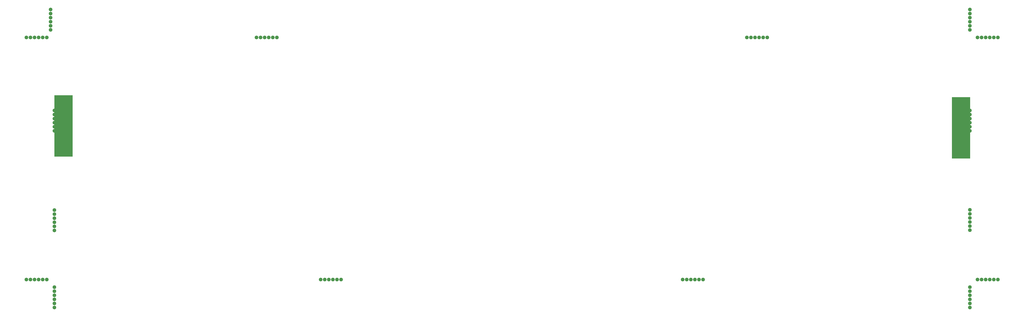
<source format=gts>
G04 #@! TF.GenerationSoftware,KiCad,Pcbnew,7.0.1-0*
G04 #@! TF.CreationDate,2023-04-11T07:49:32+09:00*
G04 #@! TF.ProjectId,Sandy_Plate_Base,53616e64-795f-4506-9c61-74655f426173,v.0*
G04 #@! TF.SameCoordinates,Original*
G04 #@! TF.FileFunction,Soldermask,Top*
G04 #@! TF.FilePolarity,Negative*
%FSLAX46Y46*%
G04 Gerber Fmt 4.6, Leading zero omitted, Abs format (unit mm)*
G04 Created by KiCad (PCBNEW 7.0.1-0) date 2023-04-11 07:49:32*
%MOMM*%
%LPD*%
G01*
G04 APERTURE LIST*
%ADD10C,0.100000*%
%ADD11C,1.187400*%
G04 APERTURE END LIST*
D10*
X17472345Y-54990780D02*
X23075470Y-54990780D01*
X23075470Y-54990780D02*
X23075470Y-74040780D01*
X23075470Y-74040780D02*
X17472345Y-74040780D01*
X17472345Y-74040780D02*
X17472345Y-54990780D01*
G36*
X17472345Y-54990780D02*
G01*
X23075470Y-54990780D01*
X23075470Y-74040780D01*
X17472345Y-74040780D01*
X17472345Y-54990780D01*
G37*
X296919220Y-55556227D02*
X302472345Y-55556227D01*
X302472345Y-55556227D02*
X302472345Y-74606227D01*
X302472345Y-74606227D02*
X296919220Y-74606227D01*
X296919220Y-74606227D02*
X296919220Y-55556227D01*
G36*
X296919220Y-55556227D02*
G01*
X302472345Y-55556227D01*
X302472345Y-74606227D01*
X296919220Y-74606227D01*
X296919220Y-55556227D01*
G37*
D11*
X8755309Y-36925280D03*
X8756720Y-112475280D03*
X10025309Y-36925280D03*
X10026720Y-112475280D03*
X11295309Y-36925280D03*
X11296720Y-112475280D03*
X12565309Y-36925280D03*
X12566720Y-112475280D03*
X13835309Y-36925280D03*
X13836720Y-112475280D03*
X15105309Y-36925280D03*
X15106720Y-112475280D03*
X16295934Y-28194030D03*
X16295934Y-29464030D03*
X16295934Y-30734030D03*
X16295934Y-32004030D03*
X16295934Y-33274030D03*
X16295934Y-34544030D03*
X17472345Y-59753280D03*
X17472345Y-61023280D03*
X17472345Y-62293280D03*
X17472345Y-63563280D03*
X17472345Y-64833280D03*
X17472345Y-66103280D03*
X17486559Y-90834590D03*
X17486559Y-92104590D03*
X17486559Y-93374590D03*
X17486559Y-94644590D03*
X17486559Y-95914590D03*
X17486559Y-97184590D03*
X17486559Y-114856530D03*
X17486559Y-116126530D03*
X17486559Y-117396530D03*
X17486559Y-118666530D03*
X17486559Y-119936530D03*
X17486559Y-121206530D03*
X80434848Y-36925277D03*
X81704848Y-36925277D03*
X82974848Y-36925277D03*
X84244848Y-36925277D03*
X85514848Y-36925277D03*
X86784848Y-36925277D03*
X100396720Y-112475280D03*
X101666720Y-112475280D03*
X102936720Y-112475280D03*
X104206720Y-112475280D03*
X105476720Y-112475280D03*
X106746720Y-112475280D03*
X213109220Y-112464766D03*
X214379220Y-112464766D03*
X215649220Y-112464766D03*
X216919220Y-112464766D03*
X218189220Y-112464766D03*
X219459220Y-112464766D03*
X233072495Y-36925280D03*
X234342495Y-36925280D03*
X235612495Y-36925280D03*
X236882495Y-36925280D03*
X238152495Y-36925280D03*
X239422495Y-36925280D03*
X302469120Y-28194030D03*
X302469120Y-29464030D03*
X302469120Y-30734030D03*
X302469120Y-32004030D03*
X302469120Y-33274030D03*
X302469120Y-34544030D03*
X302472345Y-59753280D03*
X302472345Y-61023280D03*
X302472345Y-62293280D03*
X302472345Y-63563280D03*
X302472345Y-64833280D03*
X302472345Y-66103280D03*
X302472345Y-90709530D03*
X302472345Y-91979530D03*
X302472345Y-93249530D03*
X302472345Y-94519530D03*
X302472345Y-95789530D03*
X302472345Y-97059530D03*
X302472345Y-114856530D03*
X302472345Y-116126530D03*
X302472345Y-117396530D03*
X302472345Y-118666530D03*
X302472345Y-119936530D03*
X302472345Y-121206530D03*
X304853595Y-36925280D03*
X304853595Y-112475280D03*
X306123595Y-36925280D03*
X306123595Y-112475280D03*
X307393595Y-36925280D03*
X307393595Y-112475280D03*
X308663595Y-36925280D03*
X308663595Y-112475280D03*
X309933595Y-36925280D03*
X309933595Y-112475280D03*
X311203595Y-36925280D03*
X311203595Y-112475280D03*
M02*

</source>
